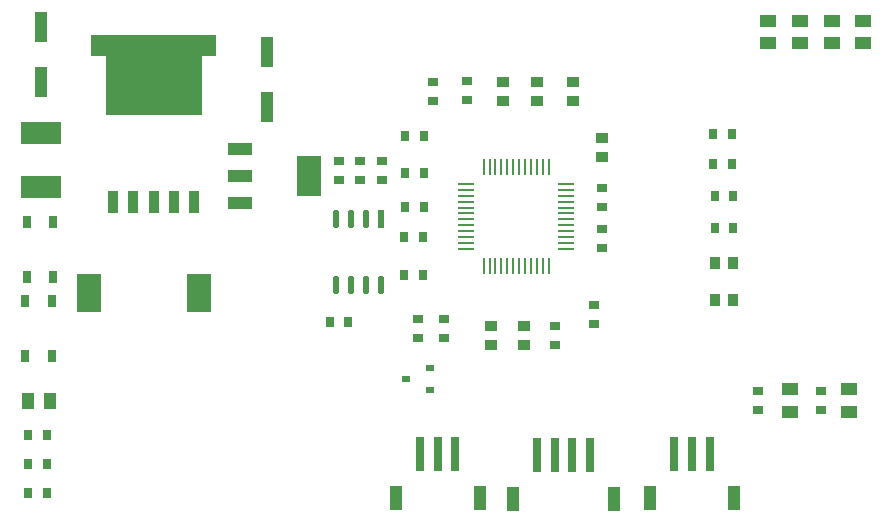
<source format=gtp>
G04*
G04 #@! TF.GenerationSoftware,Altium Limited,Altium Designer,21.2.2 (38)*
G04*
G04 Layer_Color=8421504*
%FSTAX24Y24*%
%MOIN*%
G70*
G04*
G04 #@! TF.SameCoordinates,CF9AC677-4E03-495D-8773-30470D0FCF73*
G04*
G04*
G04 #@! TF.FilePolarity,Positive*
G04*
G01*
G75*
%ADD14R,0.0217X0.0630*%
%ADD15O,0.0217X0.0630*%
%ADD16R,0.3200X0.2672*%
%ADD17R,0.0341X0.0770*%
%ADD18R,0.0787X0.1260*%
%ADD19R,0.0787X0.1378*%
%ADD20R,0.0787X0.0394*%
%ADD21R,0.0394X0.0374*%
%ADD22R,0.0335X0.0256*%
%ADD23R,0.0110X0.0531*%
%ADD24R,0.0531X0.0110*%
%ADD25R,0.0571X0.0394*%
%ADD26R,0.0256X0.0335*%
%ADD27R,0.0433X0.0787*%
%ADD28R,0.0276X0.1142*%
%ADD29R,0.0374X0.0394*%
%ADD30R,0.0276X0.0236*%
%ADD31R,0.0276X0.0394*%
%ADD32R,0.0394X0.1024*%
%ADD33R,0.1335X0.0772*%
%ADD34R,0.0394X0.0571*%
G36*
X013818Y026311D02*
X013308D01*
Y025639D01*
X013818D01*
Y026311D01*
D02*
G37*
G36*
X01748D02*
X017009D01*
Y025639D01*
X01748D01*
Y026311D01*
D02*
G37*
D14*
X02298Y020197D02*
D03*
D15*
X02148Y020197D02*
D03*
X02248D02*
D03*
X02198D02*
D03*
X02298Y017987D02*
D03*
X02248D02*
D03*
X02198D02*
D03*
X02148D02*
D03*
D16*
X015394Y024975D02*
D03*
D17*
X016732Y020773D02*
D03*
X016063D02*
D03*
X015396D02*
D03*
X014724D02*
D03*
X014055D02*
D03*
D18*
X013248Y017717D02*
D03*
X016909D02*
D03*
D19*
X020591Y021614D02*
D03*
D20*
X018268Y020709D02*
D03*
Y021614D02*
D03*
Y02252D02*
D03*
D21*
X02937Y024134D02*
D03*
Y024764D02*
D03*
X030354Y022244D02*
D03*
Y022874D02*
D03*
X028189Y024134D02*
D03*
Y024764D02*
D03*
X027047Y024134D02*
D03*
Y024764D02*
D03*
X027756Y015984D02*
D03*
Y016614D02*
D03*
X026654Y015984D02*
D03*
Y016614D02*
D03*
D22*
X030079Y017323D02*
D03*
Y016693D02*
D03*
X037638Y013819D02*
D03*
Y014449D02*
D03*
X035551Y013819D02*
D03*
Y014449D02*
D03*
X025827Y024173D02*
D03*
Y024803D02*
D03*
X024724Y024134D02*
D03*
Y024764D02*
D03*
X025079Y01685D02*
D03*
Y01622D02*
D03*
X024213Y01685D02*
D03*
Y01622D02*
D03*
X022992Y022126D02*
D03*
Y021496D02*
D03*
X022283Y022126D02*
D03*
Y021496D02*
D03*
X021575Y022126D02*
D03*
Y021496D02*
D03*
X030354Y019213D02*
D03*
Y019843D02*
D03*
X02878Y016614D02*
D03*
Y015984D02*
D03*
X030354Y02122D02*
D03*
Y020591D02*
D03*
D23*
X026398Y018612D02*
D03*
X026594D02*
D03*
X026791D02*
D03*
X026988D02*
D03*
X027185D02*
D03*
X027382D02*
D03*
X027579D02*
D03*
X027776D02*
D03*
X027972D02*
D03*
X028169D02*
D03*
X028366D02*
D03*
X028563D02*
D03*
Y021939D02*
D03*
X028366D02*
D03*
X028169D02*
D03*
X027972D02*
D03*
X027776D02*
D03*
X027579D02*
D03*
X027382D02*
D03*
X027185D02*
D03*
X026988D02*
D03*
X026791D02*
D03*
X026594D02*
D03*
X026398D02*
D03*
D24*
X029144Y019193D02*
D03*
Y01939D02*
D03*
Y019587D02*
D03*
Y019783D02*
D03*
Y01998D02*
D03*
Y020177D02*
D03*
Y020374D02*
D03*
Y020571D02*
D03*
Y020768D02*
D03*
Y020965D02*
D03*
Y021161D02*
D03*
Y021358D02*
D03*
X025817D02*
D03*
Y021161D02*
D03*
Y020965D02*
D03*
Y020768D02*
D03*
Y020571D02*
D03*
Y020374D02*
D03*
Y020177D02*
D03*
Y01998D02*
D03*
Y019783D02*
D03*
Y019587D02*
D03*
Y01939D02*
D03*
Y019193D02*
D03*
D25*
X038583Y014508D02*
D03*
Y01376D02*
D03*
X036614Y014508D02*
D03*
Y01376D02*
D03*
X035866Y026043D02*
D03*
Y026791D02*
D03*
X036929D02*
D03*
Y026043D02*
D03*
X039055Y026791D02*
D03*
Y026043D02*
D03*
X037992Y026791D02*
D03*
Y026043D02*
D03*
D26*
X02126Y016772D02*
D03*
X02189D02*
D03*
X02374Y019606D02*
D03*
X02437D02*
D03*
X02378Y020591D02*
D03*
X024409D02*
D03*
X02378Y021732D02*
D03*
X024409D02*
D03*
X034055Y023031D02*
D03*
X034685D02*
D03*
X034055Y022008D02*
D03*
X034685D02*
D03*
X034094Y019882D02*
D03*
X034724D02*
D03*
X034094Y020945D02*
D03*
X034724D02*
D03*
X02374Y018307D02*
D03*
X02437D02*
D03*
X024409Y022953D02*
D03*
X02378D02*
D03*
X01185Y012008D02*
D03*
X01122D02*
D03*
Y012992D02*
D03*
X01185D02*
D03*
X01122Y011063D02*
D03*
X01185D02*
D03*
D27*
X023465Y010906D02*
D03*
X02626D02*
D03*
X027362Y010866D02*
D03*
X030748D02*
D03*
X031949Y010906D02*
D03*
X034744D02*
D03*
D28*
X024272Y012362D02*
D03*
X024862D02*
D03*
X025453Y012362D02*
D03*
X02935Y012323D02*
D03*
X02876Y012323D02*
D03*
X028169D02*
D03*
X029941Y012323D02*
D03*
X032756Y012362D02*
D03*
X033346D02*
D03*
X033937Y012362D02*
D03*
D29*
X034724Y01748D02*
D03*
X034094D02*
D03*
X034724Y01874D02*
D03*
X034094D02*
D03*
D30*
X024606Y014488D02*
D03*
Y015236D02*
D03*
X023819Y014862D02*
D03*
D31*
X011122Y01563D02*
D03*
Y017441D02*
D03*
X012008Y01563D02*
D03*
Y017441D02*
D03*
X011171Y018268D02*
D03*
Y020079D02*
D03*
X012057Y018268D02*
D03*
Y020079D02*
D03*
D32*
X011654Y024764D02*
D03*
Y026575D02*
D03*
X019173Y025748D02*
D03*
Y023937D02*
D03*
D33*
X011654Y02126D02*
D03*
Y023071D02*
D03*
D34*
X011949Y014134D02*
D03*
X011201D02*
D03*
M02*

</source>
